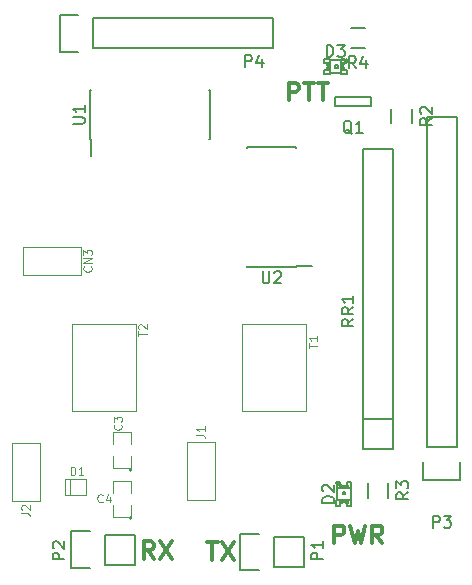
<source format=gto>
%FSLAX46Y46*%
G04 Gerber Fmt 4.6, Leading zero omitted, Abs format (unit mm)*
G04 Created by KiCad (PCBNEW (2014-10-27 BZR 5228)-product) date 29/03/2015 08:33:29*
%MOMM*%
G01*
G04 APERTURE LIST*
%ADD10C,0.100000*%
%ADD11C,0.300000*%
%ADD12C,0.099060*%
%ADD13C,0.150000*%
G04 APERTURE END LIST*
D10*
D11*
X22000001Y-47478571D02*
X21500001Y-46764286D01*
X21142858Y-47478571D02*
X21142858Y-45978571D01*
X21714286Y-45978571D01*
X21857144Y-46050000D01*
X21928572Y-46121429D01*
X22000001Y-46264286D01*
X22000001Y-46478571D01*
X21928572Y-46621429D01*
X21857144Y-46692857D01*
X21714286Y-46764286D01*
X21142858Y-46764286D01*
X22500001Y-45978571D02*
X23500001Y-47478571D01*
X23500001Y-45978571D02*
X22500001Y-47478571D01*
X26507143Y-46078571D02*
X27364286Y-46078571D01*
X26935715Y-47578571D02*
X26935715Y-46078571D01*
X27721429Y-46078571D02*
X28721429Y-47578571D01*
X28721429Y-46078571D02*
X27721429Y-47578571D01*
X33414286Y-8678571D02*
X33414286Y-7178571D01*
X33985714Y-7178571D01*
X34128572Y-7250000D01*
X34200000Y-7321429D01*
X34271429Y-7464286D01*
X34271429Y-7678571D01*
X34200000Y-7821429D01*
X34128572Y-7892857D01*
X33985714Y-7964286D01*
X33414286Y-7964286D01*
X34700000Y-7178571D02*
X35557143Y-7178571D01*
X35128572Y-8678571D02*
X35128572Y-7178571D01*
X35842857Y-7178571D02*
X36700000Y-7178571D01*
X36271429Y-8678571D02*
X36271429Y-7178571D01*
X37250000Y-46178571D02*
X37250000Y-44678571D01*
X37821428Y-44678571D01*
X37964286Y-44750000D01*
X38035714Y-44821429D01*
X38107143Y-44964286D01*
X38107143Y-45178571D01*
X38035714Y-45321429D01*
X37964286Y-45392857D01*
X37821428Y-45464286D01*
X37250000Y-45464286D01*
X38607143Y-44678571D02*
X38964286Y-46178571D01*
X39250000Y-45107143D01*
X39535714Y-46178571D01*
X39892857Y-44678571D01*
X41321429Y-46178571D02*
X40821429Y-45464286D01*
X40464286Y-46178571D02*
X40464286Y-44678571D01*
X41035714Y-44678571D01*
X41178572Y-44750000D01*
X41250000Y-44821429D01*
X41321429Y-44964286D01*
X41321429Y-45178571D01*
X41250000Y-45321429D01*
X41178572Y-45392857D01*
X41035714Y-45464286D01*
X40464286Y-45464286D01*
D12*
X20139000Y-39951000D02*
G75*
G03X20139000Y-39951000I-127000J0D01*
G01*
X20012000Y-38808000D02*
X20012000Y-39824000D01*
X20012000Y-39824000D02*
X18488000Y-39824000D01*
X18488000Y-39824000D02*
X18488000Y-38808000D01*
X18488000Y-37792000D02*
X18488000Y-36776000D01*
X18488000Y-36776000D02*
X20012000Y-36776000D01*
X20012000Y-36776000D02*
X20012000Y-37792000D01*
X20139000Y-44051000D02*
G75*
G03X20139000Y-44051000I-127000J0D01*
G01*
X20012000Y-42908000D02*
X20012000Y-43924000D01*
X20012000Y-43924000D02*
X18488000Y-43924000D01*
X18488000Y-43924000D02*
X18488000Y-42908000D01*
X18488000Y-41892000D02*
X18488000Y-40876000D01*
X18488000Y-40876000D02*
X20012000Y-40876000D01*
X20012000Y-40876000D02*
X20012000Y-41892000D01*
D10*
X14849620Y-42101040D02*
X14849620Y-40698960D01*
X14450840Y-42101040D02*
X16249160Y-42101040D01*
X16249160Y-42101040D02*
X16249160Y-40698960D01*
X16249160Y-40698960D02*
X14450840Y-40698960D01*
X14450840Y-40698960D02*
X14450840Y-42101040D01*
X24750000Y-37600000D02*
X24750000Y-42500000D01*
X24750000Y-42500000D02*
X27150000Y-42500000D01*
X27150000Y-42500000D02*
X27150000Y-37600000D01*
X27150000Y-37600000D02*
X24750000Y-37600000D01*
X12350000Y-42600000D02*
X12350000Y-37700000D01*
X12350000Y-37700000D02*
X9950000Y-37700000D01*
X9950000Y-37700000D02*
X9950000Y-42600000D01*
X9950000Y-42600000D02*
X12350000Y-42600000D01*
X29450000Y-35000000D02*
X29450000Y-27600000D01*
X29450000Y-27600000D02*
X34850000Y-27600000D01*
X34850000Y-27600000D02*
X34850000Y-35000000D01*
X34850000Y-35000000D02*
X29450000Y-35000000D01*
X15050000Y-35000000D02*
X15050000Y-27600000D01*
X15050000Y-27600000D02*
X20450000Y-27600000D01*
X20450000Y-27600000D02*
X20450000Y-35000000D01*
X20450000Y-35000000D02*
X15050000Y-35000000D01*
X15800000Y-21050000D02*
X10900000Y-21050000D01*
X10900000Y-21050000D02*
X10900000Y-23450000D01*
X10900000Y-23450000D02*
X15800000Y-23450000D01*
X15800000Y-23450000D02*
X15800000Y-21050000D01*
D13*
X38349720Y-41502160D02*
X38674840Y-41502160D01*
X38674840Y-41502160D02*
X38674840Y-41001780D01*
X38349720Y-41001780D02*
X38674840Y-41001780D01*
X38349720Y-41502160D02*
X38349720Y-41001780D01*
X37727420Y-41502160D02*
X37877280Y-41502160D01*
X37877280Y-41502160D02*
X37877280Y-41250700D01*
X37727420Y-41250700D02*
X37877280Y-41250700D01*
X37727420Y-41502160D02*
X37727420Y-41250700D01*
X38222720Y-41502160D02*
X38372580Y-41502160D01*
X38372580Y-41502160D02*
X38372580Y-41250700D01*
X38222720Y-41250700D02*
X38372580Y-41250700D01*
X38222720Y-41502160D02*
X38222720Y-41250700D01*
X37851880Y-41502160D02*
X38248120Y-41502160D01*
X38248120Y-41502160D02*
X38248120Y-41326900D01*
X37851880Y-41326900D02*
X38248120Y-41326900D01*
X37851880Y-41502160D02*
X37851880Y-41326900D01*
X38349720Y-42998220D02*
X38674840Y-42998220D01*
X38674840Y-42998220D02*
X38674840Y-42497840D01*
X38349720Y-42497840D02*
X38674840Y-42497840D01*
X38349720Y-42998220D02*
X38349720Y-42497840D01*
X37425160Y-42998220D02*
X37750280Y-42998220D01*
X37750280Y-42998220D02*
X37750280Y-42497840D01*
X37425160Y-42497840D02*
X37750280Y-42497840D01*
X37425160Y-42998220D02*
X37425160Y-42497840D01*
X38222720Y-42749300D02*
X38372580Y-42749300D01*
X38372580Y-42749300D02*
X38372580Y-42497840D01*
X38222720Y-42497840D02*
X38372580Y-42497840D01*
X38222720Y-42749300D02*
X38222720Y-42497840D01*
X37727420Y-42749300D02*
X37877280Y-42749300D01*
X37877280Y-42749300D02*
X37877280Y-42497840D01*
X37727420Y-42497840D02*
X37877280Y-42497840D01*
X37727420Y-42749300D02*
X37727420Y-42497840D01*
X37851880Y-42673100D02*
X38248120Y-42673100D01*
X38248120Y-42673100D02*
X38248120Y-42497840D01*
X37851880Y-42497840D02*
X38248120Y-42497840D01*
X37851880Y-42673100D02*
X37851880Y-42497840D01*
X37950940Y-42000000D02*
X38149060Y-42000000D01*
X38149060Y-42000000D02*
X38149060Y-41801880D01*
X37950940Y-41801880D02*
X38149060Y-41801880D01*
X37950940Y-42000000D02*
X37950940Y-41801880D01*
X37450560Y-41502160D02*
X37750280Y-41502160D01*
X37750280Y-41502160D02*
X37750280Y-41202440D01*
X37450560Y-41202440D02*
X37750280Y-41202440D01*
X37450560Y-41502160D02*
X37450560Y-41202440D01*
X37425160Y-41075440D02*
X37651220Y-41075440D01*
X37651220Y-41075440D02*
X37651220Y-41001780D01*
X37425160Y-41001780D02*
X37651220Y-41001780D01*
X37425160Y-41075440D02*
X37425160Y-41001780D01*
X38624040Y-41476760D02*
X38624040Y-42523240D01*
X37475960Y-42497840D02*
X37475960Y-41075440D01*
X37672262Y-41151640D02*
G75*
G03X37672262Y-41151640I-71842J0D01*
G01*
X37702020Y-41001780D02*
G75*
G03X38397980Y-41001780I347980J0D01*
G01*
X38397980Y-42998220D02*
G75*
G03X37702020Y-42998220I-347980J0D01*
G01*
X37847840Y-6099720D02*
X37847840Y-6424840D01*
X37847840Y-6424840D02*
X38348220Y-6424840D01*
X38348220Y-6099720D02*
X38348220Y-6424840D01*
X37847840Y-6099720D02*
X38348220Y-6099720D01*
X37847840Y-5477420D02*
X37847840Y-5627280D01*
X37847840Y-5627280D02*
X38099300Y-5627280D01*
X38099300Y-5477420D02*
X38099300Y-5627280D01*
X37847840Y-5477420D02*
X38099300Y-5477420D01*
X37847840Y-5972720D02*
X37847840Y-6122580D01*
X37847840Y-6122580D02*
X38099300Y-6122580D01*
X38099300Y-5972720D02*
X38099300Y-6122580D01*
X37847840Y-5972720D02*
X38099300Y-5972720D01*
X37847840Y-5601880D02*
X37847840Y-5998120D01*
X37847840Y-5998120D02*
X38023100Y-5998120D01*
X38023100Y-5601880D02*
X38023100Y-5998120D01*
X37847840Y-5601880D02*
X38023100Y-5601880D01*
X36351780Y-6099720D02*
X36351780Y-6424840D01*
X36351780Y-6424840D02*
X36852160Y-6424840D01*
X36852160Y-6099720D02*
X36852160Y-6424840D01*
X36351780Y-6099720D02*
X36852160Y-6099720D01*
X36351780Y-5175160D02*
X36351780Y-5500280D01*
X36351780Y-5500280D02*
X36852160Y-5500280D01*
X36852160Y-5175160D02*
X36852160Y-5500280D01*
X36351780Y-5175160D02*
X36852160Y-5175160D01*
X36600700Y-5972720D02*
X36600700Y-6122580D01*
X36600700Y-6122580D02*
X36852160Y-6122580D01*
X36852160Y-5972720D02*
X36852160Y-6122580D01*
X36600700Y-5972720D02*
X36852160Y-5972720D01*
X36600700Y-5477420D02*
X36600700Y-5627280D01*
X36600700Y-5627280D02*
X36852160Y-5627280D01*
X36852160Y-5477420D02*
X36852160Y-5627280D01*
X36600700Y-5477420D02*
X36852160Y-5477420D01*
X36676900Y-5601880D02*
X36676900Y-5998120D01*
X36676900Y-5998120D02*
X36852160Y-5998120D01*
X36852160Y-5601880D02*
X36852160Y-5998120D01*
X36676900Y-5601880D02*
X36852160Y-5601880D01*
X37350000Y-5700940D02*
X37350000Y-5899060D01*
X37350000Y-5899060D02*
X37548120Y-5899060D01*
X37548120Y-5700940D02*
X37548120Y-5899060D01*
X37350000Y-5700940D02*
X37548120Y-5700940D01*
X37847840Y-5200560D02*
X37847840Y-5500280D01*
X37847840Y-5500280D02*
X38147560Y-5500280D01*
X38147560Y-5200560D02*
X38147560Y-5500280D01*
X37847840Y-5200560D02*
X38147560Y-5200560D01*
X38274560Y-5175160D02*
X38274560Y-5401220D01*
X38274560Y-5401220D02*
X38348220Y-5401220D01*
X38348220Y-5175160D02*
X38348220Y-5401220D01*
X38274560Y-5175160D02*
X38348220Y-5175160D01*
X37873240Y-6374040D02*
X36826760Y-6374040D01*
X36852160Y-5225960D02*
X38274560Y-5225960D01*
X38270202Y-5350420D02*
G75*
G03X38270202Y-5350420I-71842J0D01*
G01*
X38348220Y-5452020D02*
G75*
G03X38348220Y-6147980I0J-347980D01*
G01*
X36351780Y-6147980D02*
G75*
G03X36351780Y-5452020I0J347980D01*
G01*
X32120000Y-45630000D02*
X34660000Y-45630000D01*
X29300000Y-45350000D02*
X30850000Y-45350000D01*
X32120000Y-45630000D02*
X32120000Y-48170000D01*
X30850000Y-48450000D02*
X29300000Y-48450000D01*
X29300000Y-48450000D02*
X29300000Y-45350000D01*
X32120000Y-48170000D02*
X34660000Y-48170000D01*
X34660000Y-48170000D02*
X34660000Y-45630000D01*
X17820000Y-45430000D02*
X20360000Y-45430000D01*
X15000000Y-45150000D02*
X16550000Y-45150000D01*
X17820000Y-45430000D02*
X17820000Y-47970000D01*
X16550000Y-48250000D02*
X15000000Y-48250000D01*
X15000000Y-48250000D02*
X15000000Y-45150000D01*
X17820000Y-47970000D02*
X20360000Y-47970000D01*
X20360000Y-47970000D02*
X20360000Y-45430000D01*
X40374000Y-9181000D02*
X37326000Y-9181000D01*
X37326000Y-9181000D02*
X37326000Y-8419000D01*
X37326000Y-8419000D02*
X40374000Y-8419000D01*
X40374000Y-8419000D02*
X40374000Y-9181000D01*
X42075000Y-10600000D02*
X42075000Y-9400000D01*
X43825000Y-9400000D02*
X43825000Y-10600000D01*
X40075000Y-42300000D02*
X40075000Y-41100000D01*
X41825000Y-41100000D02*
X41825000Y-42300000D01*
X38650000Y-2525000D02*
X39850000Y-2525000D01*
X39850000Y-4275000D02*
X38650000Y-4275000D01*
X42220000Y-38200000D02*
X39680000Y-38200000D01*
X39680000Y-38200000D02*
X39680000Y-12800000D01*
X39680000Y-12800000D02*
X42220000Y-12800000D01*
X42220000Y-12800000D02*
X42220000Y-38200000D01*
X42220000Y-35660000D02*
X39680000Y-35660000D01*
X16575000Y-11975000D02*
X16680000Y-11975000D01*
X16575000Y-7825000D02*
X16680000Y-7825000D01*
X26725000Y-7825000D02*
X26620000Y-7825000D01*
X26725000Y-11975000D02*
X26620000Y-11975000D01*
X16575000Y-11975000D02*
X16575000Y-7825000D01*
X26725000Y-11975000D02*
X26725000Y-7825000D01*
X16680000Y-11975000D02*
X16680000Y-13350000D01*
X34025000Y-22775000D02*
X34025000Y-22670000D01*
X29875000Y-22775000D02*
X29875000Y-22670000D01*
X29875000Y-12625000D02*
X29875000Y-12730000D01*
X34025000Y-12625000D02*
X34025000Y-12730000D01*
X34025000Y-22775000D02*
X29875000Y-22775000D01*
X34025000Y-12625000D02*
X29875000Y-12625000D01*
X34025000Y-22670000D02*
X35400000Y-22670000D01*
X45080000Y-38030000D02*
X45080000Y-10090000D01*
X45080000Y-10090000D02*
X47620000Y-10090000D01*
X47620000Y-10090000D02*
X47620000Y-38030000D01*
X44800000Y-40850000D02*
X44800000Y-39300000D01*
X45080000Y-38030000D02*
X47620000Y-38030000D01*
X47900000Y-39300000D02*
X47900000Y-40850000D01*
X47900000Y-40850000D02*
X44800000Y-40850000D01*
X16820000Y-1730000D02*
X32060000Y-1730000D01*
X32060000Y-1730000D02*
X32060000Y-4270000D01*
X32060000Y-4270000D02*
X16820000Y-4270000D01*
X14000000Y-1450000D02*
X15550000Y-1450000D01*
X16820000Y-1730000D02*
X16820000Y-4270000D01*
X15550000Y-4550000D02*
X14000000Y-4550000D01*
X14000000Y-4550000D02*
X14000000Y-1450000D01*
D10*
X19200000Y-36116666D02*
X19233333Y-36150000D01*
X19266667Y-36250000D01*
X19266667Y-36316666D01*
X19233333Y-36416666D01*
X19166667Y-36483333D01*
X19100000Y-36516666D01*
X18966667Y-36550000D01*
X18866667Y-36550000D01*
X18733333Y-36516666D01*
X18666667Y-36483333D01*
X18600000Y-36416666D01*
X18566667Y-36316666D01*
X18566667Y-36250000D01*
X18600000Y-36150000D01*
X18633333Y-36116666D01*
X18566667Y-35883333D02*
X18566667Y-35450000D01*
X18833333Y-35683333D01*
X18833333Y-35583333D01*
X18866667Y-35516666D01*
X18900000Y-35483333D01*
X18966667Y-35450000D01*
X19133333Y-35450000D01*
X19200000Y-35483333D01*
X19233333Y-35516666D01*
X19266667Y-35583333D01*
X19266667Y-35783333D01*
X19233333Y-35850000D01*
X19200000Y-35883333D01*
X17633334Y-42650000D02*
X17600000Y-42683333D01*
X17500000Y-42716667D01*
X17433334Y-42716667D01*
X17333334Y-42683333D01*
X17266667Y-42616667D01*
X17233334Y-42550000D01*
X17200000Y-42416667D01*
X17200000Y-42316667D01*
X17233334Y-42183333D01*
X17266667Y-42116667D01*
X17333334Y-42050000D01*
X17433334Y-42016667D01*
X17500000Y-42016667D01*
X17600000Y-42050000D01*
X17633334Y-42083333D01*
X18233334Y-42250000D02*
X18233334Y-42716667D01*
X18066667Y-41983333D02*
X17900000Y-42483333D01*
X18333334Y-42483333D01*
X14933334Y-40416667D02*
X14933334Y-39716667D01*
X15100000Y-39716667D01*
X15200000Y-39750000D01*
X15266667Y-39816667D01*
X15300000Y-39883333D01*
X15333334Y-40016667D01*
X15333334Y-40116667D01*
X15300000Y-40250000D01*
X15266667Y-40316667D01*
X15200000Y-40383333D01*
X15100000Y-40416667D01*
X14933334Y-40416667D01*
X16000000Y-40416667D02*
X15600000Y-40416667D01*
X15800000Y-40416667D02*
X15800000Y-39716667D01*
X15733334Y-39816667D01*
X15666667Y-39883333D01*
X15600000Y-39916667D01*
X25566667Y-36983333D02*
X26066667Y-36983333D01*
X26166667Y-37016667D01*
X26233333Y-37083333D01*
X26266667Y-37183333D01*
X26266667Y-37250000D01*
X26266667Y-36283334D02*
X26266667Y-36683334D01*
X26266667Y-36483334D02*
X25566667Y-36483334D01*
X25666667Y-36550000D01*
X25733333Y-36616667D01*
X25766667Y-36683334D01*
X10766667Y-43633333D02*
X11266667Y-43633333D01*
X11366667Y-43666667D01*
X11433333Y-43733333D01*
X11466667Y-43833333D01*
X11466667Y-43900000D01*
X10833333Y-43333334D02*
X10800000Y-43300000D01*
X10766667Y-43233334D01*
X10766667Y-43066667D01*
X10800000Y-43000000D01*
X10833333Y-42966667D01*
X10900000Y-42933334D01*
X10966667Y-42933334D01*
X11066667Y-42966667D01*
X11466667Y-43366667D01*
X11466667Y-42933334D01*
X35116667Y-29633333D02*
X35116667Y-29233333D01*
X35816667Y-29433333D02*
X35116667Y-29433333D01*
X35816667Y-28633334D02*
X35816667Y-29033334D01*
X35816667Y-28833334D02*
X35116667Y-28833334D01*
X35216667Y-28900000D01*
X35283333Y-28966667D01*
X35316667Y-29033334D01*
X20666667Y-28633333D02*
X20666667Y-28233333D01*
X21366667Y-28433333D02*
X20666667Y-28433333D01*
X20733333Y-28033334D02*
X20700000Y-28000000D01*
X20666667Y-27933334D01*
X20666667Y-27766667D01*
X20700000Y-27700000D01*
X20733333Y-27666667D01*
X20800000Y-27633334D01*
X20866667Y-27633334D01*
X20966667Y-27666667D01*
X21366667Y-28066667D01*
X21366667Y-27633334D01*
X16650000Y-22733333D02*
X16683333Y-22766667D01*
X16716667Y-22866667D01*
X16716667Y-22933333D01*
X16683333Y-23033333D01*
X16616667Y-23100000D01*
X16550000Y-23133333D01*
X16416667Y-23166667D01*
X16316667Y-23166667D01*
X16183333Y-23133333D01*
X16116667Y-23100000D01*
X16050000Y-23033333D01*
X16016667Y-22933333D01*
X16016667Y-22866667D01*
X16050000Y-22766667D01*
X16083333Y-22733333D01*
X16716667Y-22433333D02*
X16016667Y-22433333D01*
X16716667Y-22033333D01*
X16016667Y-22033333D01*
X16016667Y-21766667D02*
X16016667Y-21333334D01*
X16283333Y-21566667D01*
X16283333Y-21466667D01*
X16316667Y-21400000D01*
X16350000Y-21366667D01*
X16416667Y-21333334D01*
X16583333Y-21333334D01*
X16650000Y-21366667D01*
X16683333Y-21400000D01*
X16716667Y-21466667D01*
X16716667Y-21666667D01*
X16683333Y-21733334D01*
X16650000Y-21766667D01*
D13*
X37232381Y-42738095D02*
X36232381Y-42738095D01*
X36232381Y-42500000D01*
X36280000Y-42357142D01*
X36375238Y-42261904D01*
X36470476Y-42214285D01*
X36660952Y-42166666D01*
X36803810Y-42166666D01*
X36994286Y-42214285D01*
X37089524Y-42261904D01*
X37184762Y-42357142D01*
X37232381Y-42500000D01*
X37232381Y-42738095D01*
X36327619Y-41785714D02*
X36280000Y-41738095D01*
X36232381Y-41642857D01*
X36232381Y-41404761D01*
X36280000Y-41309523D01*
X36327619Y-41261904D01*
X36422857Y-41214285D01*
X36518095Y-41214285D01*
X36660952Y-41261904D01*
X37232381Y-41833333D01*
X37232381Y-41214285D01*
X36611905Y-4982381D02*
X36611905Y-3982381D01*
X36850000Y-3982381D01*
X36992858Y-4030000D01*
X37088096Y-4125238D01*
X37135715Y-4220476D01*
X37183334Y-4410952D01*
X37183334Y-4553810D01*
X37135715Y-4744286D01*
X37088096Y-4839524D01*
X36992858Y-4934762D01*
X36850000Y-4982381D01*
X36611905Y-4982381D01*
X37516667Y-3982381D02*
X38135715Y-3982381D01*
X37802381Y-4363333D01*
X37945239Y-4363333D01*
X38040477Y-4410952D01*
X38088096Y-4458571D01*
X38135715Y-4553810D01*
X38135715Y-4791905D01*
X38088096Y-4887143D01*
X38040477Y-4934762D01*
X37945239Y-4982381D01*
X37659524Y-4982381D01*
X37564286Y-4934762D01*
X37516667Y-4887143D01*
X36302381Y-47538095D02*
X35302381Y-47538095D01*
X35302381Y-47157142D01*
X35350000Y-47061904D01*
X35397619Y-47014285D01*
X35492857Y-46966666D01*
X35635714Y-46966666D01*
X35730952Y-47014285D01*
X35778571Y-47061904D01*
X35826190Y-47157142D01*
X35826190Y-47538095D01*
X36302381Y-46014285D02*
X36302381Y-46585714D01*
X36302381Y-46300000D02*
X35302381Y-46300000D01*
X35445238Y-46395238D01*
X35540476Y-46490476D01*
X35588095Y-46585714D01*
X14402381Y-47538095D02*
X13402381Y-47538095D01*
X13402381Y-47157142D01*
X13450000Y-47061904D01*
X13497619Y-47014285D01*
X13592857Y-46966666D01*
X13735714Y-46966666D01*
X13830952Y-47014285D01*
X13878571Y-47061904D01*
X13926190Y-47157142D01*
X13926190Y-47538095D01*
X13497619Y-46585714D02*
X13450000Y-46538095D01*
X13402381Y-46442857D01*
X13402381Y-46204761D01*
X13450000Y-46109523D01*
X13497619Y-46061904D01*
X13592857Y-46014285D01*
X13688095Y-46014285D01*
X13830952Y-46061904D01*
X14402381Y-46633333D01*
X14402381Y-46014285D01*
X38754762Y-11506619D02*
X38659524Y-11459000D01*
X38564286Y-11363762D01*
X38421429Y-11220905D01*
X38326190Y-11173286D01*
X38230952Y-11173286D01*
X38278571Y-11411381D02*
X38183333Y-11363762D01*
X38088095Y-11268524D01*
X38040476Y-11078048D01*
X38040476Y-10744714D01*
X38088095Y-10554238D01*
X38183333Y-10459000D01*
X38278571Y-10411381D01*
X38469048Y-10411381D01*
X38564286Y-10459000D01*
X38659524Y-10554238D01*
X38707143Y-10744714D01*
X38707143Y-11078048D01*
X38659524Y-11268524D01*
X38564286Y-11363762D01*
X38469048Y-11411381D01*
X38278571Y-11411381D01*
X39659524Y-11411381D02*
X39088095Y-11411381D01*
X39373809Y-11411381D02*
X39373809Y-10411381D01*
X39278571Y-10554238D01*
X39183333Y-10649476D01*
X39088095Y-10697095D01*
X45502381Y-10166666D02*
X45026190Y-10500000D01*
X45502381Y-10738095D02*
X44502381Y-10738095D01*
X44502381Y-10357142D01*
X44550000Y-10261904D01*
X44597619Y-10214285D01*
X44692857Y-10166666D01*
X44835714Y-10166666D01*
X44930952Y-10214285D01*
X44978571Y-10261904D01*
X45026190Y-10357142D01*
X45026190Y-10738095D01*
X44597619Y-9785714D02*
X44550000Y-9738095D01*
X44502381Y-9642857D01*
X44502381Y-9404761D01*
X44550000Y-9309523D01*
X44597619Y-9261904D01*
X44692857Y-9214285D01*
X44788095Y-9214285D01*
X44930952Y-9261904D01*
X45502381Y-9833333D01*
X45502381Y-9214285D01*
X43502381Y-41866666D02*
X43026190Y-42200000D01*
X43502381Y-42438095D02*
X42502381Y-42438095D01*
X42502381Y-42057142D01*
X42550000Y-41961904D01*
X42597619Y-41914285D01*
X42692857Y-41866666D01*
X42835714Y-41866666D01*
X42930952Y-41914285D01*
X42978571Y-41961904D01*
X43026190Y-42057142D01*
X43026190Y-42438095D01*
X42502381Y-41533333D02*
X42502381Y-40914285D01*
X42883333Y-41247619D01*
X42883333Y-41104761D01*
X42930952Y-41009523D01*
X42978571Y-40961904D01*
X43073810Y-40914285D01*
X43311905Y-40914285D01*
X43407143Y-40961904D01*
X43454762Y-41009523D01*
X43502381Y-41104761D01*
X43502381Y-41390476D01*
X43454762Y-41485714D01*
X43407143Y-41533333D01*
X39083334Y-5952381D02*
X38750000Y-5476190D01*
X38511905Y-5952381D02*
X38511905Y-4952381D01*
X38892858Y-4952381D01*
X38988096Y-5000000D01*
X39035715Y-5047619D01*
X39083334Y-5142857D01*
X39083334Y-5285714D01*
X39035715Y-5380952D01*
X38988096Y-5428571D01*
X38892858Y-5476190D01*
X38511905Y-5476190D01*
X39940477Y-5285714D02*
X39940477Y-5952381D01*
X39702381Y-4904762D02*
X39464286Y-5619048D01*
X40083334Y-5619048D01*
X38862381Y-27182666D02*
X38386190Y-27516000D01*
X38862381Y-27754095D02*
X37862381Y-27754095D01*
X37862381Y-27373142D01*
X37910000Y-27277904D01*
X37957619Y-27230285D01*
X38052857Y-27182666D01*
X38195714Y-27182666D01*
X38290952Y-27230285D01*
X38338571Y-27277904D01*
X38386190Y-27373142D01*
X38386190Y-27754095D01*
X38862381Y-26182666D02*
X38386190Y-26516000D01*
X38862381Y-26754095D02*
X37862381Y-26754095D01*
X37862381Y-26373142D01*
X37910000Y-26277904D01*
X37957619Y-26230285D01*
X38052857Y-26182666D01*
X38195714Y-26182666D01*
X38290952Y-26230285D01*
X38338571Y-26277904D01*
X38386190Y-26373142D01*
X38386190Y-26754095D01*
X38862381Y-25230285D02*
X38862381Y-25801714D01*
X38862381Y-25516000D02*
X37862381Y-25516000D01*
X38005238Y-25611238D01*
X38100476Y-25706476D01*
X38148095Y-25801714D01*
X15102381Y-10661905D02*
X15911905Y-10661905D01*
X16007143Y-10614286D01*
X16054762Y-10566667D01*
X16102381Y-10471429D01*
X16102381Y-10280952D01*
X16054762Y-10185714D01*
X16007143Y-10138095D01*
X15911905Y-10090476D01*
X15102381Y-10090476D01*
X16102381Y-9090476D02*
X16102381Y-9661905D01*
X16102381Y-9376191D02*
X15102381Y-9376191D01*
X15245238Y-9471429D01*
X15340476Y-9566667D01*
X15388095Y-9661905D01*
X31188095Y-23152381D02*
X31188095Y-23961905D01*
X31235714Y-24057143D01*
X31283333Y-24104762D01*
X31378571Y-24152381D01*
X31569048Y-24152381D01*
X31664286Y-24104762D01*
X31711905Y-24057143D01*
X31759524Y-23961905D01*
X31759524Y-23152381D01*
X32188095Y-23247619D02*
X32235714Y-23200000D01*
X32330952Y-23152381D01*
X32569048Y-23152381D01*
X32664286Y-23200000D01*
X32711905Y-23247619D01*
X32759524Y-23342857D01*
X32759524Y-23438095D01*
X32711905Y-23580952D01*
X32140476Y-24152381D01*
X32759524Y-24152381D01*
X45611905Y-44852381D02*
X45611905Y-43852381D01*
X45992858Y-43852381D01*
X46088096Y-43900000D01*
X46135715Y-43947619D01*
X46183334Y-44042857D01*
X46183334Y-44185714D01*
X46135715Y-44280952D01*
X46088096Y-44328571D01*
X45992858Y-44376190D01*
X45611905Y-44376190D01*
X46516667Y-43852381D02*
X47135715Y-43852381D01*
X46802381Y-44233333D01*
X46945239Y-44233333D01*
X47040477Y-44280952D01*
X47088096Y-44328571D01*
X47135715Y-44423810D01*
X47135715Y-44661905D01*
X47088096Y-44757143D01*
X47040477Y-44804762D01*
X46945239Y-44852381D01*
X46659524Y-44852381D01*
X46564286Y-44804762D01*
X46516667Y-44757143D01*
X29711905Y-5852381D02*
X29711905Y-4852381D01*
X30092858Y-4852381D01*
X30188096Y-4900000D01*
X30235715Y-4947619D01*
X30283334Y-5042857D01*
X30283334Y-5185714D01*
X30235715Y-5280952D01*
X30188096Y-5328571D01*
X30092858Y-5376190D01*
X29711905Y-5376190D01*
X31140477Y-5185714D02*
X31140477Y-5852381D01*
X30902381Y-4804762D02*
X30664286Y-5519048D01*
X31283334Y-5519048D01*
M02*

</source>
